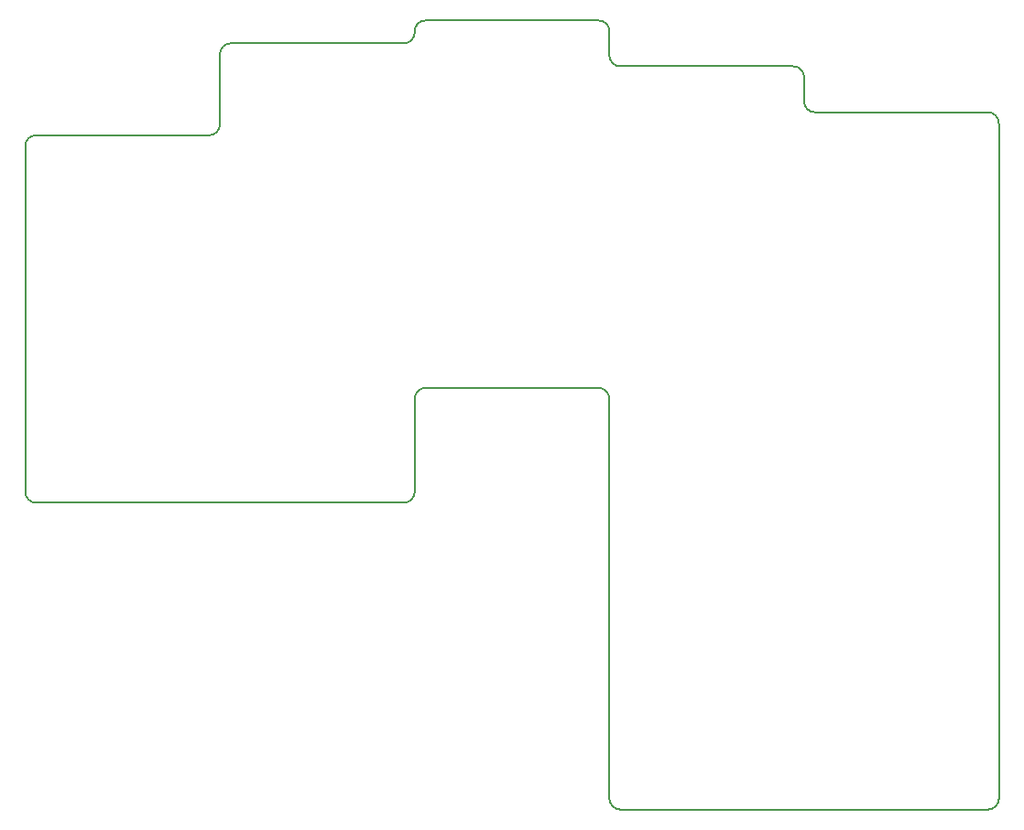
<source format=gm1>
G04 #@! TF.GenerationSoftware,KiCad,Pcbnew,7.0.8*
G04 #@! TF.CreationDate,2024-04-01T22:38:09+01:00*
G04 #@! TF.ProjectId,left,6c656674-2e6b-4696-9361-645f70636258,v1.0.0*
G04 #@! TF.SameCoordinates,Original*
G04 #@! TF.FileFunction,Profile,NP*
%FSLAX46Y46*%
G04 Gerber Fmt 4.6, Leading zero omitted, Abs format (unit mm)*
G04 Created by KiCad (PCBNEW 7.0.8) date 2024-04-01 22:38:09*
%MOMM*%
%LPD*%
G01*
G04 APERTURE LIST*
G04 #@! TA.AperFunction,Profile*
%ADD10C,0.150000*%
G04 #@! TD*
G04 APERTURE END LIST*
D10*
X101000000Y-144625000D02*
X135000000Y-144625000D01*
X100000000Y-143625000D02*
X100000000Y-111625000D01*
X117000000Y-110625000D02*
X101000000Y-110625000D01*
X136000000Y-143625000D02*
X136000000Y-135000000D01*
X135000000Y-102125000D02*
X119000000Y-102125000D01*
X118000000Y-103125000D02*
X118000000Y-109625000D01*
X137000000Y-134000000D02*
X153000000Y-134000000D01*
X154000000Y-103250000D02*
X154000000Y-101000000D01*
X153000000Y-100000000D02*
X137000000Y-100000000D01*
X136000000Y-101000000D02*
X136000000Y-101125000D01*
X154000000Y-172000000D02*
X154000000Y-135000000D01*
X172000000Y-107500000D02*
X172000000Y-105250000D01*
X171000000Y-104250000D02*
X155000000Y-104250000D01*
X190000000Y-172000000D02*
X190000000Y-109500000D01*
X189000000Y-108500000D02*
X173000000Y-108500000D01*
X155000000Y-173000000D02*
X189000000Y-173000000D01*
X135000000Y-144625000D02*
G75*
G03*
X136000000Y-143625000I0J1000000D01*
G01*
X137000000Y-134000000D02*
G75*
G03*
X136000000Y-135000000I0J-1000000D01*
G01*
X154000000Y-135000000D02*
G75*
G03*
X153000000Y-134000000I-1000000J0D01*
G01*
X154000000Y-172000000D02*
G75*
G03*
X155000000Y-173000000I1000000J0D01*
G01*
X189000000Y-173000000D02*
G75*
G03*
X190000000Y-172000000I0J1000000D01*
G01*
X190000000Y-109500000D02*
G75*
G03*
X189000000Y-108500000I-1000000J0D01*
G01*
X172000000Y-107500000D02*
G75*
G03*
X173000000Y-108500000I1000000J0D01*
G01*
X172000000Y-105250000D02*
G75*
G03*
X171000000Y-104250000I-1000000J0D01*
G01*
X154000000Y-103250000D02*
G75*
G03*
X155000000Y-104250000I1000000J0D01*
G01*
X154000000Y-101000000D02*
G75*
G03*
X153000000Y-100000000I-1000000J0D01*
G01*
X137000000Y-100000000D02*
G75*
G03*
X136000000Y-101000000I0J-1000000D01*
G01*
X135000000Y-102125000D02*
G75*
G03*
X136000000Y-101125000I0J1000000D01*
G01*
X119000000Y-102125000D02*
G75*
G03*
X118000000Y-103125000I0J-1000000D01*
G01*
X117000000Y-110625000D02*
G75*
G03*
X118000000Y-109625000I0J1000000D01*
G01*
X101000000Y-110625000D02*
G75*
G03*
X100000000Y-111625000I0J-1000000D01*
G01*
X100000000Y-143625000D02*
G75*
G03*
X101000000Y-144625000I1000000J0D01*
G01*
M02*

</source>
